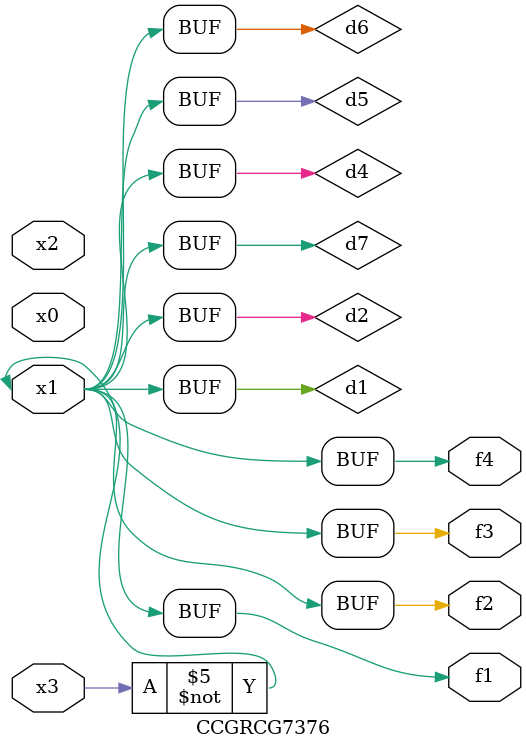
<source format=v>
module CCGRCG7376(
	input x0, x1, x2, x3,
	output f1, f2, f3, f4
);

	wire d1, d2, d3, d4, d5, d6, d7;

	not (d1, x3);
	buf (d2, x1);
	xnor (d3, d1, d2);
	nor (d4, d1);
	buf (d5, d1, d2);
	buf (d6, d4, d5);
	nand (d7, d4);
	assign f1 = d6;
	assign f2 = d7;
	assign f3 = d6;
	assign f4 = d6;
endmodule

</source>
